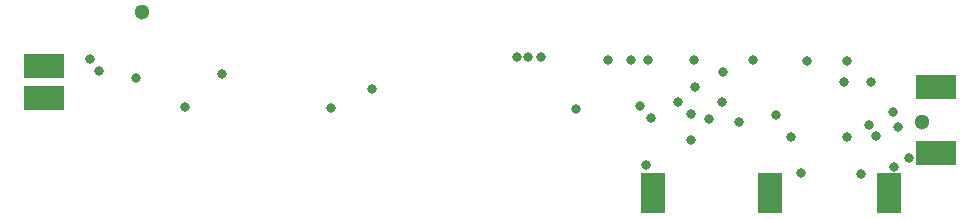
<source format=gbr>
%TF.GenerationSoftware,KiCad,Pcbnew,(6.0.6-0)*%
%TF.CreationDate,2022-09-10T00:16:47-07:00*%
%TF.ProjectId,Battery Extension PCB,42617474-6572-4792-9045-7874656e7369,rev?*%
%TF.SameCoordinates,Original*%
%TF.FileFunction,Soldermask,Bot*%
%TF.FilePolarity,Negative*%
%FSLAX46Y46*%
G04 Gerber Fmt 4.6, Leading zero omitted, Abs format (unit mm)*
G04 Created by KiCad (PCBNEW (6.0.6-0)) date 2022-09-10 00:16:47*
%MOMM*%
%LPD*%
G01*
G04 APERTURE LIST*
%ADD10R,2.000000X3.500000*%
%ADD11R,3.500000X2.000000*%
%ADD12C,0.800000*%
%ADD13C,1.300000*%
G04 APERTURE END LIST*
D10*
%TO.C,P14*%
X128244600Y-80721200D03*
%TD*%
%TO.C,P10*%
X118338600Y-80721200D03*
%TD*%
D11*
%TO.C,P9*%
X66751200Y-72694800D03*
%TD*%
%TO.C,P8*%
X66751200Y-69926200D03*
%TD*%
%TO.C,P6*%
X142240000Y-71729600D03*
%TD*%
%TO.C,P5*%
X142240000Y-77343000D03*
%TD*%
D10*
%TO.C,P4*%
X138252200Y-80721200D03*
%TD*%
D12*
X138684000Y-78486000D03*
X117754400Y-78384400D03*
X140004800Y-77774800D03*
X71374000Y-70358000D03*
X70662800Y-69342000D03*
D13*
X141071600Y-74676000D03*
X75031600Y-65430400D03*
D12*
X118110000Y-74371200D03*
X130810000Y-79044800D03*
X136799194Y-71328406D03*
X117246400Y-73355200D03*
X114503200Y-69443600D03*
X121818400Y-69443600D03*
X121513600Y-74066400D03*
X108813600Y-69189600D03*
X106832400Y-69189600D03*
X134513194Y-71328406D03*
X135940800Y-79146400D03*
X131318000Y-69545200D03*
X120396000Y-73050400D03*
X117906800Y-69494400D03*
X116484400Y-69443600D03*
X124155200Y-73050400D03*
X138627989Y-73868411D03*
X107696000Y-69189600D03*
X128727200Y-74117200D03*
X134721600Y-69545200D03*
X94488000Y-71932800D03*
X81788000Y-70662800D03*
X126796800Y-69443600D03*
X74523600Y-71018400D03*
X123037600Y-74472800D03*
X124206000Y-70459600D03*
X129997200Y-75946000D03*
X134772400Y-75946000D03*
X121869200Y-71780400D03*
X121564400Y-76250800D03*
X78689200Y-73406000D03*
X137174900Y-75857700D03*
X125628400Y-74676000D03*
X139039600Y-75133200D03*
X136601200Y-74930000D03*
X91033600Y-73546700D03*
X111793279Y-73585132D03*
M02*

</source>
